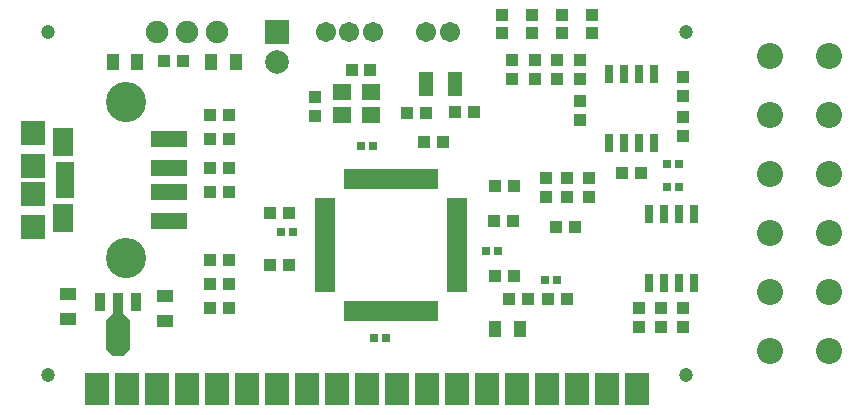
<source format=gts>
%FSLAX43Y43*%
%MOMM*%
G71*
G01*
G75*
G04 Layer_Color=8388736*
%ADD10R,2.880X1.120*%
%ADD11R,0.800X0.900*%
%ADD12R,0.900X1.270*%
%ADD13R,1.000X1.800*%
%ADD14R,1.400X1.200*%
%ADD15R,0.300X1.600*%
%ADD16R,1.600X0.300*%
%ADD17R,0.900X0.800*%
%ADD18R,0.508X0.559*%
%ADD19R,1.270X0.900*%
G04:AMPARAMS|DCode=20|XSize=1.9mm|YSize=3.3mm|CornerRadius=0mm|HoleSize=0mm|Usage=FLASHONLY|Rotation=180.000|XOffset=0mm|YOffset=0mm|HoleType=Round|Shape=Octagon|*
%AMOCTAGOND20*
4,1,8,0.475,-1.650,-0.475,-1.650,-0.950,-1.175,-0.950,1.175,-0.475,1.650,0.475,1.650,0.950,1.175,0.950,-1.175,0.475,-1.650,0.0*
%
%ADD20OCTAGOND20*%

%ADD21R,0.700X1.800*%
%ADD22R,0.700X1.350*%
%ADD23R,0.800X0.800*%
%ADD24R,1.600X2.200*%
%ADD25R,1.350X0.400*%
%ADD26R,1.900X1.900*%
%ADD27R,1.900X1.800*%
%ADD28R,0.600X1.400*%
%ADD29R,1.800X2.500*%
%ADD30C,0.200*%
%ADD31C,0.400*%
%ADD32C,0.300*%
%ADD33R,0.550X11.375*%
%ADD34R,0.550X2.225*%
%ADD35R,0.550X2.300*%
%ADD36R,1.975X0.550*%
%ADD37R,1.400X0.400*%
%ADD38R,0.400X1.400*%
%ADD39R,1.400X0.400*%
%ADD40R,2.150X0.500*%
%ADD41R,0.500X2.150*%
%ADD42C,0.600*%
%ADD43C,3.200*%
%ADD44C,1.000*%
%ADD45R,1.800X1.800*%
%ADD46C,1.800*%
%ADD47C,1.500*%
%ADD48C,1.700*%
%ADD49C,2.000*%
%ADD50R,1.143X1.270*%
%ADD51R,4.800X0.650*%
%ADD52R,0.650X4.800*%
%ADD53R,3.175X0.650*%
%ADD54R,0.500X3.425*%
%ADD55R,3.425X0.500*%
%ADD56R,3.625X0.600*%
%ADD57R,0.600X3.625*%
%ADD58C,0.254*%
%ADD59R,1.550X3.125*%
%ADD60R,3.083X1.323*%
%ADD61R,1.003X1.103*%
%ADD62R,1.103X1.473*%
%ADD63R,1.203X2.003*%
%ADD64R,1.603X1.403*%
%ADD65R,0.503X1.803*%
%ADD66R,1.803X0.503*%
%ADD67R,1.103X1.003*%
%ADD68R,0.711X0.762*%
%ADD69R,1.473X1.103*%
G04:AMPARAMS|DCode=70|XSize=2.103mm|YSize=3.503mm|CornerRadius=0mm|HoleSize=0mm|Usage=FLASHONLY|Rotation=180.000|XOffset=0mm|YOffset=0mm|HoleType=Round|Shape=Octagon|*
%AMOCTAGOND70*
4,1,8,0.526,-1.752,-0.526,-1.752,-1.052,-1.226,-1.052,1.226,-0.526,1.752,0.526,1.752,1.052,1.226,1.052,-1.226,0.526,-1.752,0.0*
%
%ADD70OCTAGOND70*%

%ADD71R,0.903X2.003*%
%ADD72R,0.903X1.553*%
%ADD73R,1.003X1.003*%
%ADD74R,1.803X2.403*%
%ADD75R,1.553X0.603*%
%ADD76R,2.103X2.103*%
%ADD77R,2.103X2.003*%
%ADD78R,0.803X1.603*%
%ADD79R,2.003X2.703*%
%ADD80C,3.403*%
%ADD81C,1.203*%
%ADD82R,2.003X2.003*%
%ADD83C,2.003*%
%ADD84C,1.703*%
%ADD85C,1.903*%
%ADD86C,2.203*%
D59*
X55175Y95713D02*
D03*
D60*
X63980Y99200D02*
D03*
Y96700D02*
D03*
Y94700D02*
D03*
Y92200D02*
D03*
D61*
X93200Y87600D02*
D03*
X91600D02*
D03*
X88225Y101425D02*
D03*
X89825D02*
D03*
X81075Y105000D02*
D03*
X79475D02*
D03*
X69100Y99200D02*
D03*
X67500D02*
D03*
Y101200D02*
D03*
X69100D02*
D03*
Y96700D02*
D03*
X67500D02*
D03*
X69100Y94675D02*
D03*
X67500D02*
D03*
X74200Y92900D02*
D03*
X72600D02*
D03*
X69100Y88900D02*
D03*
X67500D02*
D03*
X69100Y86900D02*
D03*
X67500D02*
D03*
Y84900D02*
D03*
X69100D02*
D03*
X87200Y98900D02*
D03*
X85600D02*
D03*
X92800Y85600D02*
D03*
X94400D02*
D03*
X97700D02*
D03*
X96100D02*
D03*
X98400Y91700D02*
D03*
X96800D02*
D03*
X104000Y96275D02*
D03*
X102400D02*
D03*
X91575Y92275D02*
D03*
X93175D02*
D03*
X93200Y95200D02*
D03*
X91600D02*
D03*
X63600Y105800D02*
D03*
X65200D02*
D03*
X72600Y88500D02*
D03*
X74200D02*
D03*
X85750Y101400D02*
D03*
X84150D02*
D03*
D62*
X91625Y83100D02*
D03*
X93725D02*
D03*
X69650Y105700D02*
D03*
X67550D02*
D03*
X59250D02*
D03*
X61350D02*
D03*
D63*
X85750Y103800D02*
D03*
X88250D02*
D03*
D64*
X81100Y103150D02*
D03*
X78700D02*
D03*
Y101250D02*
D03*
X81100D02*
D03*
D65*
X86550Y95800D02*
D03*
X86050D02*
D03*
X85550D02*
D03*
X85050D02*
D03*
X84550D02*
D03*
X84050D02*
D03*
X83550D02*
D03*
X83050D02*
D03*
X82550D02*
D03*
X82050D02*
D03*
X81550D02*
D03*
X81050D02*
D03*
X80550D02*
D03*
X80050D02*
D03*
X79550D02*
D03*
X79050D02*
D03*
X86550Y84600D02*
D03*
X86050D02*
D03*
X85550D02*
D03*
X85050D02*
D03*
X84550D02*
D03*
X84050D02*
D03*
X83550D02*
D03*
X83050D02*
D03*
X82550D02*
D03*
X82050D02*
D03*
X81550D02*
D03*
X81050D02*
D03*
X80550D02*
D03*
X80050D02*
D03*
X79550D02*
D03*
X79050D02*
D03*
D66*
X77200Y93950D02*
D03*
Y93450D02*
D03*
Y92950D02*
D03*
Y92450D02*
D03*
Y91950D02*
D03*
Y91450D02*
D03*
Y90950D02*
D03*
Y90450D02*
D03*
Y89950D02*
D03*
Y89450D02*
D03*
Y88950D02*
D03*
Y88450D02*
D03*
Y87950D02*
D03*
Y87450D02*
D03*
Y86950D02*
D03*
Y86450D02*
D03*
X88400Y93950D02*
D03*
Y93450D02*
D03*
Y92950D02*
D03*
Y92450D02*
D03*
Y91950D02*
D03*
Y91450D02*
D03*
Y90950D02*
D03*
Y90450D02*
D03*
Y89950D02*
D03*
Y89450D02*
D03*
Y88950D02*
D03*
Y88450D02*
D03*
Y87950D02*
D03*
Y87450D02*
D03*
Y86950D02*
D03*
Y86450D02*
D03*
D67*
X76375Y101125D02*
D03*
Y102725D02*
D03*
X103800Y83300D02*
D03*
Y84900D02*
D03*
X105700D02*
D03*
Y83300D02*
D03*
X107500D02*
D03*
Y84900D02*
D03*
X99600Y94300D02*
D03*
Y95900D02*
D03*
X97700Y94300D02*
D03*
Y95900D02*
D03*
X95900Y94300D02*
D03*
Y95900D02*
D03*
X93100Y104300D02*
D03*
Y105900D02*
D03*
X95000Y104300D02*
D03*
Y105900D02*
D03*
X96900Y104300D02*
D03*
Y105900D02*
D03*
X98800Y104300D02*
D03*
Y105900D02*
D03*
Y102400D02*
D03*
Y100800D02*
D03*
X107500Y99400D02*
D03*
Y101000D02*
D03*
Y104400D02*
D03*
Y102800D02*
D03*
D68*
X90892Y89700D02*
D03*
X91908D02*
D03*
X96908Y87200D02*
D03*
X95892D02*
D03*
X81283Y98625D02*
D03*
X80267D02*
D03*
X74508Y91300D02*
D03*
X73492D02*
D03*
X81342Y82300D02*
D03*
X82358D02*
D03*
X106192Y95100D02*
D03*
X107208D02*
D03*
X106192Y97100D02*
D03*
X107208D02*
D03*
D69*
X55500Y86050D02*
D03*
Y83950D02*
D03*
X63700Y83750D02*
D03*
Y85850D02*
D03*
D70*
X59700Y82613D02*
D03*
D71*
X59700Y85162D02*
D03*
D72*
X61200Y85387D02*
D03*
X58200D02*
D03*
D73*
X94770Y108150D02*
D03*
Y109650D02*
D03*
X97310Y108150D02*
D03*
Y109650D02*
D03*
X92230Y108150D02*
D03*
Y109650D02*
D03*
X99850D02*
D03*
Y108150D02*
D03*
D74*
X55050Y92500D02*
D03*
Y98900D02*
D03*
D75*
X55175Y97000D02*
D03*
Y96350D02*
D03*
Y95700D02*
D03*
Y95050D02*
D03*
Y94400D02*
D03*
D76*
X52500Y94500D02*
D03*
Y96900D02*
D03*
D77*
Y91700D02*
D03*
Y99700D02*
D03*
D78*
X108505Y92850D02*
D03*
X107235D02*
D03*
X105965D02*
D03*
X104695D02*
D03*
X108505Y86950D02*
D03*
X107235D02*
D03*
X105965D02*
D03*
X104695D02*
D03*
X105105Y104700D02*
D03*
X103835D02*
D03*
X102565D02*
D03*
X101295D02*
D03*
X105105Y98800D02*
D03*
X103835D02*
D03*
X102565D02*
D03*
X101295D02*
D03*
D79*
X103660Y78000D02*
D03*
X101120D02*
D03*
X78260D02*
D03*
X80800D02*
D03*
X83340D02*
D03*
X85880D02*
D03*
X88420D02*
D03*
X90960D02*
D03*
X93500D02*
D03*
X75720D02*
D03*
X73180D02*
D03*
X70640D02*
D03*
X68100D02*
D03*
X65560D02*
D03*
X63020D02*
D03*
X60480D02*
D03*
X57940D02*
D03*
X96040D02*
D03*
X98580D02*
D03*
D80*
X60400Y102270D02*
D03*
Y89130D02*
D03*
D81*
X107800Y79200D02*
D03*
X53800D02*
D03*
X107800Y108200D02*
D03*
X53800D02*
D03*
D82*
X73180D02*
D03*
D83*
Y105660D02*
D03*
D84*
X87800Y108200D02*
D03*
X85800D02*
D03*
X81300D02*
D03*
X79300D02*
D03*
X77300D02*
D03*
D85*
X63020D02*
D03*
X68100D02*
D03*
X65560D02*
D03*
D86*
X114900Y106200D02*
D03*
Y101200D02*
D03*
Y96200D02*
D03*
X119900D02*
D03*
X114900Y91200D02*
D03*
X119900D02*
D03*
X114900Y86200D02*
D03*
X119900D02*
D03*
X114900Y81200D02*
D03*
X119900D02*
D03*
Y101200D02*
D03*
Y106200D02*
D03*
M02*

</source>
